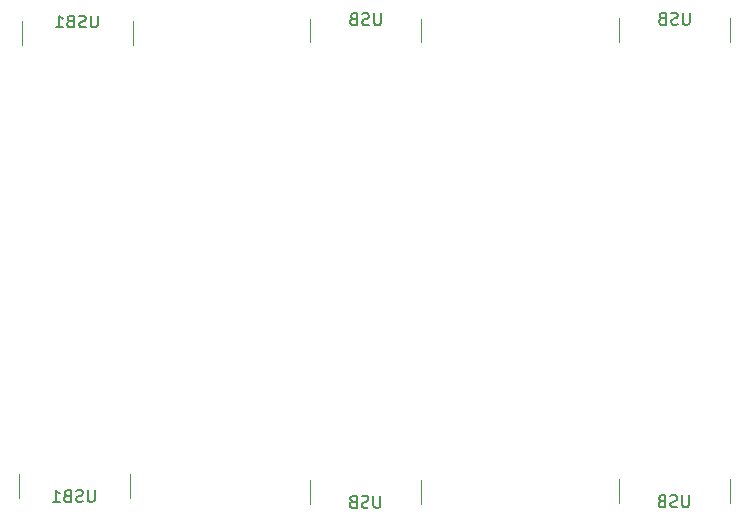
<source format=gbr>
%TF.GenerationSoftware,KiCad,Pcbnew,(6.0.4)*%
%TF.CreationDate,2022-05-23T19:11:52-04:00*%
%TF.ProjectId,wierd mousebites,77696572-6420-46d6-9f75-736562697465,rev?*%
%TF.SameCoordinates,Original*%
%TF.FileFunction,Legend,Bot*%
%TF.FilePolarity,Positive*%
%FSLAX46Y46*%
G04 Gerber Fmt 4.6, Leading zero omitted, Abs format (unit mm)*
G04 Created by KiCad (PCBNEW (6.0.4)) date 2022-05-23 19:11:52*
%MOMM*%
%LPD*%
G01*
G04 APERTURE LIST*
%ADD10C,0.150000*%
%ADD11C,0.120000*%
%ADD12C,0.500000*%
%ADD13C,0.650000*%
%ADD14R,0.600000X1.450000*%
%ADD15R,0.300000X1.450000*%
%ADD16O,1.000000X2.100000*%
%ADD17O,1.000000X1.600000*%
G04 APERTURE END LIST*
D10*
%TO.C,J1*%
X113399904Y-107169880D02*
X113399904Y-107979404D01*
X113352285Y-108074642D01*
X113304666Y-108122261D01*
X113209428Y-108169880D01*
X113018952Y-108169880D01*
X112923714Y-108122261D01*
X112876095Y-108074642D01*
X112828476Y-107979404D01*
X112828476Y-107169880D01*
X112399904Y-108122261D02*
X112257047Y-108169880D01*
X112018952Y-108169880D01*
X111923714Y-108122261D01*
X111876095Y-108074642D01*
X111828476Y-107979404D01*
X111828476Y-107884166D01*
X111876095Y-107788928D01*
X111923714Y-107741309D01*
X112018952Y-107693690D01*
X112209428Y-107646071D01*
X112304666Y-107598452D01*
X112352285Y-107550833D01*
X112399904Y-107455595D01*
X112399904Y-107360357D01*
X112352285Y-107265119D01*
X112304666Y-107217500D01*
X112209428Y-107169880D01*
X111971333Y-107169880D01*
X111828476Y-107217500D01*
X111066571Y-107646071D02*
X110923714Y-107693690D01*
X110876095Y-107741309D01*
X110828476Y-107836547D01*
X110828476Y-107979404D01*
X110876095Y-108074642D01*
X110923714Y-108122261D01*
X111018952Y-108169880D01*
X111399904Y-108169880D01*
X111399904Y-107169880D01*
X111066571Y-107169880D01*
X110971333Y-107217500D01*
X110923714Y-107265119D01*
X110876095Y-107360357D01*
X110876095Y-107455595D01*
X110923714Y-107550833D01*
X110971333Y-107598452D01*
X111066571Y-107646071D01*
X111399904Y-107646071D01*
X139541904Y-107130380D02*
X139541904Y-107939904D01*
X139494285Y-108035142D01*
X139446666Y-108082761D01*
X139351428Y-108130380D01*
X139160952Y-108130380D01*
X139065714Y-108082761D01*
X139018095Y-108035142D01*
X138970476Y-107939904D01*
X138970476Y-107130380D01*
X138541904Y-108082761D02*
X138399047Y-108130380D01*
X138160952Y-108130380D01*
X138065714Y-108082761D01*
X138018095Y-108035142D01*
X137970476Y-107939904D01*
X137970476Y-107844666D01*
X138018095Y-107749428D01*
X138065714Y-107701809D01*
X138160952Y-107654190D01*
X138351428Y-107606571D01*
X138446666Y-107558952D01*
X138494285Y-107511333D01*
X138541904Y-107416095D01*
X138541904Y-107320857D01*
X138494285Y-107225619D01*
X138446666Y-107178000D01*
X138351428Y-107130380D01*
X138113333Y-107130380D01*
X137970476Y-107178000D01*
X137208571Y-107606571D02*
X137065714Y-107654190D01*
X137018095Y-107701809D01*
X136970476Y-107797047D01*
X136970476Y-107939904D01*
X137018095Y-108035142D01*
X137065714Y-108082761D01*
X137160952Y-108130380D01*
X137541904Y-108130380D01*
X137541904Y-107130380D01*
X137208571Y-107130380D01*
X137113333Y-107178000D01*
X137065714Y-107225619D01*
X137018095Y-107320857D01*
X137018095Y-107416095D01*
X137065714Y-107511333D01*
X137113333Y-107558952D01*
X137208571Y-107606571D01*
X137541904Y-107606571D01*
X113445904Y-66311880D02*
X113445904Y-67121404D01*
X113398285Y-67216642D01*
X113350666Y-67264261D01*
X113255428Y-67311880D01*
X113064952Y-67311880D01*
X112969714Y-67264261D01*
X112922095Y-67216642D01*
X112874476Y-67121404D01*
X112874476Y-66311880D01*
X112445904Y-67264261D02*
X112303047Y-67311880D01*
X112064952Y-67311880D01*
X111969714Y-67264261D01*
X111922095Y-67216642D01*
X111874476Y-67121404D01*
X111874476Y-67026166D01*
X111922095Y-66930928D01*
X111969714Y-66883309D01*
X112064952Y-66835690D01*
X112255428Y-66788071D01*
X112350666Y-66740452D01*
X112398285Y-66692833D01*
X112445904Y-66597595D01*
X112445904Y-66502357D01*
X112398285Y-66407119D01*
X112350666Y-66359500D01*
X112255428Y-66311880D01*
X112017333Y-66311880D01*
X111874476Y-66359500D01*
X111112571Y-66788071D02*
X110969714Y-66835690D01*
X110922095Y-66883309D01*
X110874476Y-66978547D01*
X110874476Y-67121404D01*
X110922095Y-67216642D01*
X110969714Y-67264261D01*
X111064952Y-67311880D01*
X111445904Y-67311880D01*
X111445904Y-66311880D01*
X111112571Y-66311880D01*
X111017333Y-66359500D01*
X110969714Y-66407119D01*
X110922095Y-66502357D01*
X110922095Y-66597595D01*
X110969714Y-66692833D01*
X111017333Y-66740452D01*
X111112571Y-66788071D01*
X111445904Y-66788071D01*
X139587904Y-66272380D02*
X139587904Y-67081904D01*
X139540285Y-67177142D01*
X139492666Y-67224761D01*
X139397428Y-67272380D01*
X139206952Y-67272380D01*
X139111714Y-67224761D01*
X139064095Y-67177142D01*
X139016476Y-67081904D01*
X139016476Y-66272380D01*
X138587904Y-67224761D02*
X138445047Y-67272380D01*
X138206952Y-67272380D01*
X138111714Y-67224761D01*
X138064095Y-67177142D01*
X138016476Y-67081904D01*
X138016476Y-66986666D01*
X138064095Y-66891428D01*
X138111714Y-66843809D01*
X138206952Y-66796190D01*
X138397428Y-66748571D01*
X138492666Y-66700952D01*
X138540285Y-66653333D01*
X138587904Y-66558095D01*
X138587904Y-66462857D01*
X138540285Y-66367619D01*
X138492666Y-66320000D01*
X138397428Y-66272380D01*
X138159333Y-66272380D01*
X138016476Y-66320000D01*
X137254571Y-66748571D02*
X137111714Y-66796190D01*
X137064095Y-66843809D01*
X137016476Y-66939047D01*
X137016476Y-67081904D01*
X137064095Y-67177142D01*
X137111714Y-67224761D01*
X137206952Y-67272380D01*
X137587904Y-67272380D01*
X137587904Y-66272380D01*
X137254571Y-66272380D01*
X137159333Y-66320000D01*
X137111714Y-66367619D01*
X137064095Y-66462857D01*
X137064095Y-66558095D01*
X137111714Y-66653333D01*
X137159333Y-66700952D01*
X137254571Y-66748571D01*
X137587904Y-66748571D01*
%TO.C,USB1*%
X89215695Y-106679881D02*
X89215695Y-107489405D01*
X89168076Y-107584643D01*
X89120457Y-107632262D01*
X89025219Y-107679881D01*
X88834742Y-107679881D01*
X88739504Y-107632262D01*
X88691885Y-107584643D01*
X88644266Y-107489405D01*
X88644266Y-106679881D01*
X88215695Y-107632262D02*
X88072838Y-107679881D01*
X87834742Y-107679881D01*
X87739504Y-107632262D01*
X87691885Y-107584643D01*
X87644266Y-107489405D01*
X87644266Y-107394167D01*
X87691885Y-107298929D01*
X87739504Y-107251310D01*
X87834742Y-107203691D01*
X88025219Y-107156072D01*
X88120457Y-107108453D01*
X88168076Y-107060834D01*
X88215695Y-106965596D01*
X88215695Y-106870358D01*
X88168076Y-106775120D01*
X88120457Y-106727501D01*
X88025219Y-106679881D01*
X87787123Y-106679881D01*
X87644266Y-106727501D01*
X86882361Y-107156072D02*
X86739504Y-107203691D01*
X86691885Y-107251310D01*
X86644266Y-107346548D01*
X86644266Y-107489405D01*
X86691885Y-107584643D01*
X86739504Y-107632262D01*
X86834742Y-107679881D01*
X87215695Y-107679881D01*
X87215695Y-106679881D01*
X86882361Y-106679881D01*
X86787123Y-106727501D01*
X86739504Y-106775120D01*
X86691885Y-106870358D01*
X86691885Y-106965596D01*
X86739504Y-107060834D01*
X86787123Y-107108453D01*
X86882361Y-107156072D01*
X87215695Y-107156072D01*
X85691885Y-107679881D02*
X86263314Y-107679881D01*
X85977600Y-107679881D02*
X85977600Y-106679881D01*
X86072838Y-106822739D01*
X86168076Y-106917977D01*
X86263314Y-106965596D01*
X89469695Y-66508380D02*
X89469695Y-67317904D01*
X89422076Y-67413142D01*
X89374457Y-67460761D01*
X89279219Y-67508380D01*
X89088742Y-67508380D01*
X88993504Y-67460761D01*
X88945885Y-67413142D01*
X88898266Y-67317904D01*
X88898266Y-66508380D01*
X88469695Y-67460761D02*
X88326838Y-67508380D01*
X88088742Y-67508380D01*
X87993504Y-67460761D01*
X87945885Y-67413142D01*
X87898266Y-67317904D01*
X87898266Y-67222666D01*
X87945885Y-67127428D01*
X87993504Y-67079809D01*
X88088742Y-67032190D01*
X88279219Y-66984571D01*
X88374457Y-66936952D01*
X88422076Y-66889333D01*
X88469695Y-66794095D01*
X88469695Y-66698857D01*
X88422076Y-66603619D01*
X88374457Y-66556000D01*
X88279219Y-66508380D01*
X88041123Y-66508380D01*
X87898266Y-66556000D01*
X87136361Y-66984571D02*
X86993504Y-67032190D01*
X86945885Y-67079809D01*
X86898266Y-67175047D01*
X86898266Y-67317904D01*
X86945885Y-67413142D01*
X86993504Y-67460761D01*
X87088742Y-67508380D01*
X87469695Y-67508380D01*
X87469695Y-66508380D01*
X87136361Y-66508380D01*
X87041123Y-66556000D01*
X86993504Y-66603619D01*
X86945885Y-66698857D01*
X86945885Y-66794095D01*
X86993504Y-66889333D01*
X87041123Y-66936952D01*
X87136361Y-66984571D01*
X87469695Y-66984571D01*
X85945885Y-67508380D02*
X86517314Y-67508380D01*
X86231600Y-67508380D02*
X86231600Y-66508380D01*
X86326838Y-66651238D01*
X86422076Y-66746476D01*
X86517314Y-66794095D01*
D11*
%TO.C,J1*%
X107438000Y-105817500D02*
X107438000Y-107817500D01*
X116838000Y-105817500D02*
X116838000Y-107817500D01*
X133580000Y-105778000D02*
X133580000Y-107778000D01*
X142980000Y-105778000D02*
X142980000Y-107778000D01*
X116884000Y-68759500D02*
X116884000Y-66759500D01*
X107484000Y-68759500D02*
X107484000Y-66759500D01*
X143026000Y-68720000D02*
X143026000Y-66720000D01*
X133626000Y-68720000D02*
X133626000Y-66720000D01*
%TO.C,USB1*%
X82777600Y-105327501D02*
X82777600Y-107327501D01*
X92177600Y-105327501D02*
X92177600Y-107327501D01*
X92431600Y-68956000D02*
X92431600Y-66956000D01*
X83031600Y-68956000D02*
X83031600Y-66956000D01*
%TD*%
%LPC*%
D12*
%TO.C,mouse-bite-2mm-slot*%
X85653000Y-86397400D03*
X87153000Y-86397400D03*
X88653000Y-87897400D03*
X89403000Y-86397400D03*
X88653000Y-86397400D03*
X87903000Y-86397400D03*
X85653000Y-87897400D03*
X87153000Y-87897400D03*
X86403000Y-86397400D03*
X87903000Y-87897400D03*
X86403000Y-87897400D03*
X89403000Y-87897400D03*
%TD*%
%TO.C,mouse-bite-2mm-slot*%
X99810000Y-101959800D03*
X99810000Y-103459800D03*
X98310000Y-104959800D03*
X99810000Y-105709800D03*
X99810000Y-104959800D03*
X99810000Y-104209800D03*
X98310000Y-101959800D03*
X98310000Y-103459800D03*
X99810000Y-102709800D03*
X98310000Y-104209800D03*
X98310000Y-102709800D03*
X98310000Y-105709800D03*
%TD*%
%TO.C,mouse-bite-2mm-slot*%
X98310000Y-69469000D03*
X99810000Y-69469000D03*
X98310000Y-68719000D03*
X98310000Y-70219000D03*
X99810000Y-70219000D03*
X99810000Y-68719000D03*
X99810000Y-71719000D03*
X98310000Y-70969000D03*
X98310000Y-71719000D03*
X99810000Y-72469000D03*
X98310000Y-72469000D03*
X99810000Y-70969000D03*
%TD*%
D13*
%TO.C,J1*%
X115028000Y-105117500D03*
X109248000Y-105117500D03*
D14*
X115388000Y-103672500D03*
X114588000Y-103672500D03*
D15*
X113388000Y-103672500D03*
X112388000Y-103672500D03*
X111888000Y-103672500D03*
X110888000Y-103672500D03*
D14*
X109688000Y-103672500D03*
X108888000Y-103672500D03*
X108888000Y-103672500D03*
X109688000Y-103672500D03*
D15*
X110388000Y-103672500D03*
X111388000Y-103672500D03*
X112888000Y-103672500D03*
X113888000Y-103672500D03*
D14*
X114588000Y-103672500D03*
X115388000Y-103672500D03*
D16*
X116458000Y-104587500D03*
D17*
X107818000Y-108767500D03*
D16*
X107818000Y-104587500D03*
D17*
X116458000Y-108767500D03*
%TD*%
D13*
%TO.C,J1*%
X141170000Y-105078000D03*
X135390000Y-105078000D03*
D14*
X141530000Y-103633000D03*
X140730000Y-103633000D03*
D15*
X139530000Y-103633000D03*
X138530000Y-103633000D03*
X138030000Y-103633000D03*
X137030000Y-103633000D03*
D14*
X135830000Y-103633000D03*
X135030000Y-103633000D03*
X135030000Y-103633000D03*
X135830000Y-103633000D03*
D15*
X136530000Y-103633000D03*
X137530000Y-103633000D03*
X139030000Y-103633000D03*
X140030000Y-103633000D03*
D14*
X140730000Y-103633000D03*
X141530000Y-103633000D03*
D16*
X142600000Y-104548000D03*
D17*
X133960000Y-108728000D03*
D16*
X133960000Y-104548000D03*
D17*
X142600000Y-108728000D03*
%TD*%
D12*
%TO.C,mouse-bite-2mm-slot*%
X113395000Y-86538500D03*
X112645000Y-86538500D03*
X111895000Y-86538500D03*
X111145000Y-86538500D03*
X114145000Y-88038500D03*
X112645000Y-88038500D03*
X110395000Y-88038500D03*
X111895000Y-88038500D03*
X111145000Y-88038500D03*
X113395000Y-88038500D03*
X110395000Y-86538500D03*
X114145000Y-86538500D03*
%TD*%
%TO.C,mouse-bite-2mm-slot*%
X124492000Y-103568500D03*
X124492000Y-105068500D03*
X124492000Y-105818500D03*
X125992000Y-102818500D03*
X125992000Y-105068500D03*
X124492000Y-104318500D03*
X125992000Y-103568500D03*
X125992000Y-104318500D03*
X125992000Y-105818500D03*
X125992000Y-102068500D03*
X124492000Y-102818500D03*
X124492000Y-102068500D03*
%TD*%
D13*
%TO.C,J1*%
X109294000Y-69459500D03*
X115074000Y-69459500D03*
D14*
X108934000Y-70904500D03*
X109734000Y-70904500D03*
D15*
X110934000Y-70904500D03*
X111934000Y-70904500D03*
X112434000Y-70904500D03*
X113434000Y-70904500D03*
D14*
X114634000Y-70904500D03*
X115434000Y-70904500D03*
X115434000Y-70904500D03*
X114634000Y-70904500D03*
D15*
X113934000Y-70904500D03*
X112934000Y-70904500D03*
X111434000Y-70904500D03*
X110434000Y-70904500D03*
D14*
X109734000Y-70904500D03*
X108934000Y-70904500D03*
D16*
X107864000Y-69989500D03*
D17*
X116504000Y-65809500D03*
D16*
X116504000Y-69989500D03*
D17*
X107864000Y-65809500D03*
%TD*%
D12*
%TO.C,mouse-bite-2mm-slot*%
X124472000Y-69469000D03*
X125972000Y-69469000D03*
X124472000Y-68719000D03*
X124472000Y-70219000D03*
X125972000Y-70219000D03*
X125972000Y-68719000D03*
X125972000Y-71719000D03*
X124472000Y-70969000D03*
X124472000Y-71719000D03*
X125972000Y-72469000D03*
X124472000Y-72469000D03*
X125972000Y-70969000D03*
%TD*%
%TO.C,mouse-bite-2mm-slot*%
X139319000Y-86499000D03*
X139319000Y-87999000D03*
X140069000Y-86499000D03*
X138569000Y-86499000D03*
X138569000Y-87999000D03*
X140069000Y-87999000D03*
X137069000Y-87999000D03*
X137819000Y-86499000D03*
X137069000Y-86499000D03*
X136319000Y-87999000D03*
X136319000Y-86499000D03*
X137819000Y-87999000D03*
%TD*%
D13*
%TO.C,J1*%
X135436000Y-69420000D03*
X141216000Y-69420000D03*
D14*
X135076000Y-70865000D03*
X135876000Y-70865000D03*
D15*
X137076000Y-70865000D03*
X138076000Y-70865000D03*
X138576000Y-70865000D03*
X139576000Y-70865000D03*
D14*
X140776000Y-70865000D03*
X141576000Y-70865000D03*
X141576000Y-70865000D03*
X140776000Y-70865000D03*
D15*
X140076000Y-70865000D03*
X139076000Y-70865000D03*
X137576000Y-70865000D03*
X136576000Y-70865000D03*
D14*
X135876000Y-70865000D03*
X135076000Y-70865000D03*
D16*
X134006000Y-69950000D03*
D17*
X142646000Y-65770000D03*
D16*
X142646000Y-69950000D03*
D17*
X134006000Y-65770000D03*
%TD*%
%TO.C,USB1*%
X83157600Y-108277501D03*
D13*
X84587600Y-104627501D03*
D17*
X91797600Y-108277501D03*
D13*
X90367600Y-104627501D03*
D16*
X91797600Y-104097501D03*
X83157600Y-104097501D03*
D15*
X87727600Y-103182501D03*
X85727600Y-103182501D03*
X86227600Y-103182501D03*
X86727600Y-103182501D03*
X87227600Y-103182501D03*
X88227600Y-103182501D03*
X88727600Y-103182501D03*
X89227600Y-103182501D03*
D14*
X84227600Y-103182501D03*
X85027600Y-103182501D03*
X89927600Y-103182501D03*
X90727600Y-103182501D03*
X90727600Y-103182501D03*
X89927600Y-103182501D03*
X85027600Y-103182501D03*
X84227600Y-103182501D03*
%TD*%
D17*
%TO.C,USB1*%
X92051600Y-66006000D03*
D13*
X90621600Y-69656000D03*
D17*
X83411600Y-66006000D03*
D13*
X84841600Y-69656000D03*
D16*
X83411600Y-70186000D03*
X92051600Y-70186000D03*
D15*
X87481600Y-71101000D03*
X89481600Y-71101000D03*
X88981600Y-71101000D03*
X88481600Y-71101000D03*
X87981600Y-71101000D03*
X86981600Y-71101000D03*
X86481600Y-71101000D03*
X85981600Y-71101000D03*
D14*
X90981600Y-71101000D03*
X90181600Y-71101000D03*
X85281600Y-71101000D03*
X84481600Y-71101000D03*
X84481600Y-71101000D03*
X85281600Y-71101000D03*
X90181600Y-71101000D03*
X90981600Y-71101000D03*
%TD*%
M02*

</source>
